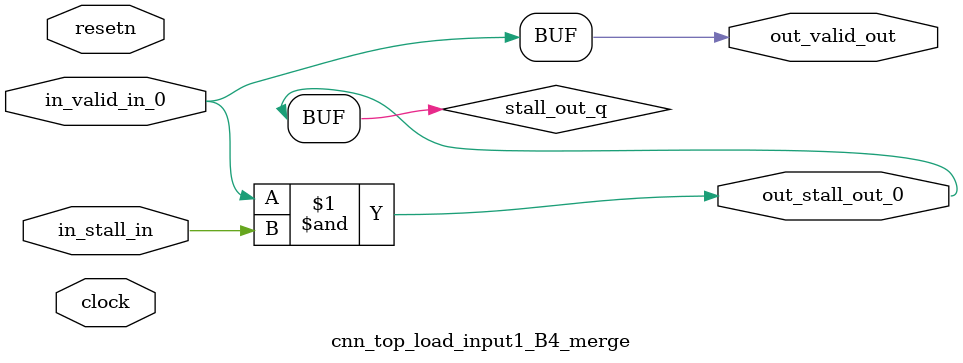
<source format=sv>



(* altera_attribute = "-name AUTO_SHIFT_REGISTER_RECOGNITION OFF; -name MESSAGE_DISABLE 10036; -name MESSAGE_DISABLE 10037; -name MESSAGE_DISABLE 14130; -name MESSAGE_DISABLE 14320; -name MESSAGE_DISABLE 15400; -name MESSAGE_DISABLE 14130; -name MESSAGE_DISABLE 10036; -name MESSAGE_DISABLE 12020; -name MESSAGE_DISABLE 12030; -name MESSAGE_DISABLE 12010; -name MESSAGE_DISABLE 12110; -name MESSAGE_DISABLE 14320; -name MESSAGE_DISABLE 13410; -name MESSAGE_DISABLE 113007; -name MESSAGE_DISABLE 10958" *)
module cnn_top_load_input1_B4_merge (
    input wire [0:0] in_stall_in,
    input wire [0:0] in_valid_in_0,
    output wire [0:0] out_stall_out_0,
    output wire [0:0] out_valid_out,
    input wire clock,
    input wire resetn
    );

    wire [0:0] stall_out_q;


    // stall_out(LOGICAL,6)
    assign stall_out_q = in_valid_in_0 & in_stall_in;

    // out_stall_out_0(GPOUT,4)
    assign out_stall_out_0 = stall_out_q;

    // out_valid_out(GPOUT,5)
    assign out_valid_out = in_valid_in_0;

endmodule

</source>
